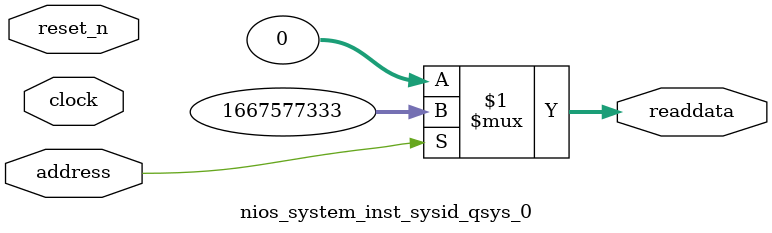
<source format=v>



// synthesis translate_off
`timescale 1ns / 1ps
// synthesis translate_on

// turn off superfluous verilog processor warnings 
// altera message_level Level1 
// altera message_off 10034 10035 10036 10037 10230 10240 10030 

module nios_system_inst_sysid_qsys_0 (
               // inputs:
                address,
                clock,
                reset_n,

               // outputs:
                readdata
             )
;

  output  [ 31: 0] readdata;
  input            address;
  input            clock;
  input            reset_n;

  wire    [ 31: 0] readdata;
  //control_slave, which is an e_avalon_slave
  assign readdata = address ? 1667577333 : 0;

endmodule



</source>
